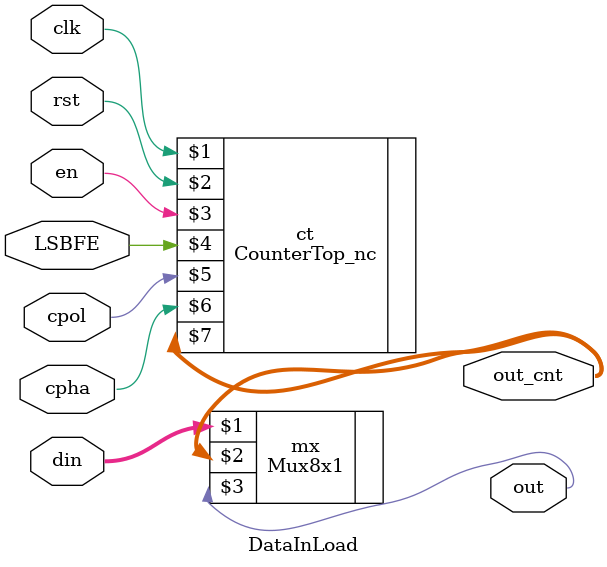
<source format=v>
`timescale 1ns / 1ps

module DataInLoad(din,clk,rst,en,LSBFE,cpol,cpha,out,out_cnt);

input [7:0]din;
input clk,rst,en,LSBFE,cpol,cpha;
output out;
output [2:0]out_cnt; 

CounterTop_nc ct (clk,rst,en,LSBFE,cpol,cpha,out_cnt);
Mux8x1 mx (din,out_cnt,out);

endmodule

</source>
